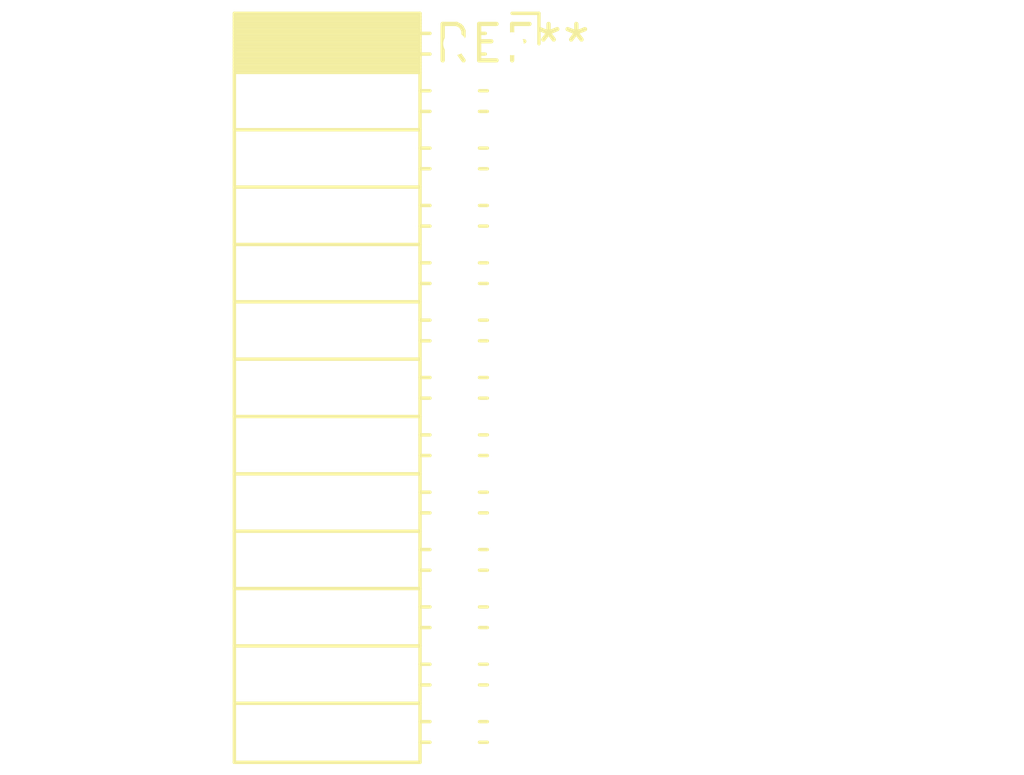
<source format=kicad_pcb>
(kicad_pcb (version 20240108) (generator pcbnew)
  (layers (0 "F.Cu" signal) (31 "B.Cu" signal) (34 "B.Paste" user) (35 "F.Paste" user) (36 "B.SilkS" user "B.Silkscreen") (37 "F.SilkS" user "F.Silkscreen") (38 "B.Mask" user) (39 "F.Mask" user) (44 "Edge.Cuts" user))
  (net 0 "")
  (footprint "PinSocket_2x13_P2.00mm_Horizontal" (layer "F.Cu") (at 0 0)
    (property "Reference" "REF**")
    (property "Value" "PinSocket_2x13_P2.00mm_Horizontal")
    (fp_line (start -9.68 -1.06) (end -9.68 25.06) (layer "F.SilkS") (stroke (width 0.12)))
    (fp_line (start -9.68 -1.06) (end -3.21 -1.06) (layer "F.SilkS") (stroke (width 0.12)))
    (fp_line (start -9.68 -0.94) (end -3.21 -0.94) (layer "F.SilkS") (stroke (width 0.12)))
    (fp_line (start -9.68 -0.825882) (end -3.21 -0.825882) (layer "F.SilkS") (stroke (width 0.12)))
    (fp_line (start -9.68 -0.711764) (end -3.21 -0.711764) (layer "F.SilkS") (stroke (width 0.12)))
    (fp_line (start -9.68 -0.597646) (end -3.21 -0.597646) (layer "F.SilkS") (stroke (width 0.12)))
    (fp_line (start -9.68 -0.483528) (end -3.21 -0.483528) (layer "F.SilkS") (stroke (width 0.12)))
    (fp_line (start -9.68 -0.36941) (end -3.21 -0.36941) (layer "F.SilkS") (stroke (width 0.12)))
    (fp_line (start -9.68 -0.255292) (end -3.21 -0.255292) (layer "F.SilkS") (stroke (width 0.12)))
    (fp_line (start -9.68 -0.141174) (end -3.21 -0.141174) (layer "F.SilkS") (stroke (width 0.12)))
    (fp_line (start -9.68 -0.027056) (end -3.21 -0.027056) (layer "F.SilkS") (stroke (width 0.12)))
    (fp_line (start -9.68 0.087062) (end -3.21 0.087062) (layer "F.SilkS") (stroke (width 0.12)))
    (fp_line (start -9.68 0.20118) (end -3.21 0.20118) (layer "F.SilkS") (stroke (width 0.12)))
    (fp_line (start -9.68 0.315298) (end -3.21 0.315298) (layer "F.SilkS") (stroke (width 0.12)))
    (fp_line (start -9.68 0.429416) (end -3.21 0.429416) (layer "F.SilkS") (stroke (width 0.12)))
    (fp_line (start -9.68 0.543534) (end -3.21 0.543534) (layer "F.SilkS") (stroke (width 0.12)))
    (fp_line (start -9.68 0.657652) (end -3.21 0.657652) (layer "F.SilkS") (stroke (width 0.12)))
    (fp_line (start -9.68 0.77177) (end -3.21 0.77177) (layer "F.SilkS") (stroke (width 0.12)))
    (fp_line (start -9.68 0.885888) (end -3.21 0.885888) (layer "F.SilkS") (stroke (width 0.12)))
    (fp_line (start -9.68 1) (end -3.21 1) (layer "F.SilkS") (stroke (width 0.12)))
    (fp_line (start -9.68 3) (end -3.21 3) (layer "F.SilkS") (stroke (width 0.12)))
    (fp_line (start -9.68 5) (end -3.21 5) (layer "F.SilkS") (stroke (width 0.12)))
    (fp_line (start -9.68 7) (end -3.21 7) (layer "F.SilkS") (stroke (width 0.12)))
    (fp_line (start -9.68 9) (end -3.21 9) (layer "F.SilkS") (stroke (width 0.12)))
    (fp_line (start -9.68 11) (end -3.21 11) (layer "F.SilkS") (stroke (width 0.12)))
    (fp_line (start -9.68 13) (end -3.21 13) (layer "F.SilkS") (stroke (width 0.12)))
    (fp_line (start -9.68 15) (end -3.21 15) (layer "F.SilkS") (stroke (width 0.12)))
    (fp_line (start -9.68 17) (end -3.21 17) (layer "F.SilkS") (stroke (width 0.12)))
    (fp_line (start -9.68 19) (end -3.21 19) (layer "F.SilkS") (stroke (width 0.12)))
    (fp_line (start -9.68 21) (end -3.21 21) (layer "F.SilkS") (stroke (width 0.12)))
    (fp_line (start -9.68 23) (end -3.21 23) (layer "F.SilkS") (stroke (width 0.12)))
    (fp_line (start -9.68 25.06) (end -3.21 25.06) (layer "F.SilkS") (stroke (width 0.12)))
    (fp_line (start -3.21 -1.06) (end -3.21 25.06) (layer "F.SilkS") (stroke (width 0.12)))
    (fp_line (start -3.21 -0.36) (end -2.862917 -0.36) (layer "F.SilkS") (stroke (width 0.12)))
    (fp_line (start -3.21 0.36) (end -2.862917 0.36) (layer "F.SilkS") (stroke (width 0.12)))
    (fp_line (start -3.21 1.64) (end -2.862917 1.64) (layer "F.SilkS") (stroke (width 0.12)))
    (fp_line (start -3.21 2.36) (end -2.862917 2.36) (layer "F.SilkS") (stroke (width 0.12)))
    (fp_line (start -3.21 3.64) (end -2.862917 3.64) (layer "F.SilkS") (stroke (width 0.12)))
    (fp_line (start -3.21 4.36) (end -2.862917 4.36) (layer "F.SilkS") (stroke (width 0.12)))
    (fp_line (start -3.21 5.64) (end -2.862917 5.64) (layer "F.SilkS") (stroke (width 0.12)))
    (fp_line (start -3.21 6.36) (end -2.862917 6.36) (layer "F.SilkS") (stroke (width 0.12)))
    (fp_line (start -3.21 7.64) (end -2.862917 7.64) (layer "F.SilkS") (stroke (width 0.12)))
    (fp_line (start -3.21 8.36) (end -2.862917 8.36) (layer "F.SilkS") (stroke (width 0.12)))
    (fp_line (start -3.21 9.64) (end -2.862917 9.64) (layer "F.SilkS") (stroke (width 0.12)))
    (fp_line (start -3.21 10.36) (end -2.862917 10.36) (layer "F.SilkS") (stroke (width 0.12)))
    (fp_line (start -3.21 11.64) (end -2.862917 11.64) (layer "F.SilkS") (stroke (width 0.12)))
    (fp_line (start -3.21 12.36) (end -2.862917 12.36) (layer "F.SilkS") (stroke (width 0.12)))
    (fp_line (start -3.21 13.64) (end -2.862917 13.64) (layer "F.SilkS") (stroke (width 0.12)))
    (fp_line (start -3.21 14.36) (end -2.862917 14.36) (layer "F.SilkS") (stroke (width 0.12)))
    (fp_line (start -3.21 15.64) (end -2.862917 15.64) (layer "F.SilkS") (stroke (width 0.12)))
    (fp_line (start -3.21 16.36) (end -2.862917 16.36) (layer "F.SilkS") (stroke (width 0.12)))
    (fp_line (start -3.21 17.64) (end -2.862917 17.64) (layer "F.SilkS") (stroke (width 0.12)))
    (fp_line (start -3.21 18.36) (end -2.862917 18.36) (layer "F.SilkS") (stroke (width 0.12)))
    (fp_line (start -3.21 19.64) (end -2.862917 19.64) (layer "F.SilkS") (stroke (width 0.12)))
    (fp_line (start -3.21 20.36) (end -2.862917 20.36) (layer "F.SilkS") (stroke (width 0.12)))
    (fp_line (start -3.21 21.64) (end -2.862917 21.64) (layer "F.SilkS") (stroke (width 0.12)))
    (fp_line (start -3.21 22.36) (end -2.862917 22.36) (layer "F.SilkS") (stroke (width 0.12)))
    (fp_line (start -3.21 23.64) (end -2.862917 23.64) (layer "F.SilkS") (stroke (width 0.12)))
    (fp_line (start -3.21 24.36) (end -2.862917 24.36) (layer "F.SilkS") (stroke (width 0.12)))
    (fp_line (start -1.137083 -0.36) (end -0.935 -0.36) (layer "F.SilkS") (stroke (width 0.12)))
    (fp_line (start -1.137083 0.36) (end -0.935 0.36) (layer "F.SilkS") (stroke (width 0.12)))
    (fp_line (start -1.137083 1.64) (end -0.862917 1.64) (layer "F.SilkS") (stroke (width 0.12)))
    (fp_line (start -1.137083 2.36) (end -0.862917 2.36) (layer "F.SilkS") (stroke (width 0.12)))
    (fp_line (start -1.137083 3.64) (end -0.862917 3.64) (layer "F.SilkS") (stroke (width 0.12)))
    (fp_line (start -1.137083 4.36) (end -0.862917 4.36) (layer "F.SilkS") (stroke (width 0.12)))
    (fp_line (start -1.137083 5.64) (end -0.862917 5.64) (layer "F.SilkS") (stroke (width 0.12)))
    (fp_line (start -1.137083 6.36) (end -0.862917 6.36) (layer "F.SilkS") (stroke (width 0.12)))
    (fp_line (start -1.137083 7.64) (end -0.862917 7.64) (layer "F.SilkS") (stroke (width 0.12)))
    (fp_line (start -1.137083 8.36) (end -0.862917 8.36) (layer "F.SilkS") (stroke (width 0.12)))
    (fp_line (start -1.137083 9.64) (end -0.862917 9.64) (layer "F.SilkS") (stroke (width 0.12)))
    (fp_line (start -1.137083 10.36) (end -0.862917 10.36) (layer "F.SilkS") (stroke (width 0.12)))
    (fp_line (start -1.137083 11.64) (end -0.862917 11.64) (layer "F.SilkS") (stroke (width 0.12)))
    (fp_line (start -1.137083 12.36) (end -0.862917 12.36) (layer "F.SilkS") (stroke (width 0.12)))
    (fp_line (start -1.137083 13.64) (end -0.862917 13.64) (layer "F.SilkS") (stroke (width 0.12)))
    (fp_line (start -1.137083 14.36) (end -0.862917 14.36) (layer "F.SilkS") (stroke (width 0.12)))
    (fp_line (start -1.137083 15.64) (end -0.862917 15.64) (layer "F.SilkS") (stroke (width 0.12)))
    (fp_line (start -1.137083 16.36) (end -0.862917 16.36) (layer "F.SilkS") (stroke (width 0.12)))
    (fp_line (start -1.137083 17.64) (end -0.862917 17.64) (layer "F.SilkS") (stroke (width 0.12)))
    (fp_line (start -1.137083 18.36) (end -0.862917 18.36) (layer "F.SilkS") (stroke (width 0.12)))
    (fp_line (start -1.137083 19.64) (end -0.862917 19.64) (layer "F.SilkS") (stroke (width 0.12)))
    (fp_line (start -1.137083 20.36) (end -0.862917 20.36) (layer "F.SilkS") (stroke (width 0.12)))
    (fp_line (start -1.137083 21.64) (end -0.862917 21.64) (layer "F.SilkS") (stroke (width 0.12)))
    (fp_line (start -1.137083 22.36) (end -0.862917 22.36) (layer "F.SilkS") (stroke (width 0.12)))
    (fp_line (start -1.137083 23.64) (end -0.862917 23.64) (layer "F.SilkS") (stroke (width 0.12)))
    (fp_line (start -1.137083 24.36) (end -0.862917 24.36) (layer "F.SilkS") (stroke (width 0.12)))
    (fp_line (start 0 -1.06) (end 0.935 -1.06) (layer "F.SilkS") (stroke (width 0.12)))
    (fp_line (start 0.935 -1.06) (end 0.935 0) (layer "F.SilkS") (stroke (width 0.12)))
    (pad "1" thru_hole rect (at 0 0) (size 1.35 1.35) (drill 0.8) (layers *.Cu *.Mask) (remove_unused_layers))
    (pad "2" thru_hole oval (at -2 0) (size 1.35 1.35) (drill 0.8) (layers *.Cu *.Mask) (remove_unused_layers))
    (pad "3" thru_hole oval (at 0 2) (size 1.35 1.35) (drill 0.8) (layers *.Cu *.Mask) (remove_unused_layers))
    (pad "4" thru_hole oval (at -2 2) (size 1.35 1.35) (drill 0.8) (layers *.Cu *.Mask) (remove_unused_layers))
    (pad "5" thru_hole oval (at 0 4) (size 1.35 1.35) (drill 0.8) (layers *.Cu *.Mask) (remove_unused_layers))
    (pad "6" thru_hole oval (at -2 4) (size 1.35 1.35) (drill 0.8) (layers *.Cu *.Mask) (remove_unused_layers))
    (pad "7" thru_hole oval (at 0 6) (size 1.35 1.35) (drill 0.8) (layers *.Cu *.Mask) (remove_unused_layers))
    (pad "8" thru_hole oval (at -2 6) (size 1.35 1.35) (drill 0.8) (layers *.Cu *.Mask) (remove_unused_layers))
    (pad "9" thru_hole oval (at 0 8) (size 1.35 1.35) (drill 0.8) (layers *.Cu *.Mask) (remove_unused_layers))
    (pad "10" thru_hole oval (at -2 8) (size 1.35 1.35) (drill 0.8) (layers *.Cu *.Mask) (remove_unused_layers))
    (pad "11" thru_hole oval (at 0 10) (size 1.35 1.35) (drill 0.8) (layers *.Cu *.Mask) (remove_unused_layers))
    (pad "12" thru_hole oval (at -2 10) (size 1.35 1.35) (drill 0.8) (layers *.Cu *.Mask) (remove_unused_layers))
    (pad "13" thru_hole oval (at 0 12) (size 1.35 1.35) (drill 0.8) (layers *.Cu *.Mask) (remove_unused_layers))
    (pad "14" thru_hole oval (at -2 12) (size 1.35 1.35) (drill 0.8) (layers *.Cu *.Mask) (remove_unused_layers))
    (pad "15" thru_hole oval (at 0 14) (size 1.35 1.35) (drill 0.8) (layers *.Cu *.Mask) (remove_unused_layers))
    (pad "16" thru_hole oval (at -2 14) (size 1.35 1.35) (drill 0.8) (layers *.Cu *.Mask) (remove_unused_layers))
    (pad "17" thru_hole oval (at 0 16) (size 1.35 1.35) (drill 0.8) (layers *.Cu *.Mask) (remove_unused_layers))
    (pad "18" thru_hole oval (at -2 16) (size 1.35 1.35) (drill 0.8) (layers *.Cu *.Mask) (remove_unused_layers))
    (pad "19" thru_hole oval (at 0 18) (size 1.35 1.35) (drill 0.8) (layers *.Cu *.Mask) (remove_unused_layers))
    (pad "20" thru_hole oval (at -2 18) (size 1.35 1.35) (drill 0.8) (layers *.Cu *.Mask) (remove_unused_layers))
    (pad "21" thru_hole oval (at 0 20) (size 1.35 1.35) (drill 0.8) (layers *.Cu *.Mask) (remove_unused_layers))
    (pad "22" thru_hole oval (at -2 20) (size 1.35 1.35) (drill 0.8) (layers *.Cu *.Mask) (remove_unused_layers))
    (pad "23" thru_hole oval (at 0 22) (size 1.35 1.35) (drill 0.8) (layers *.Cu *.Mask) (remove_unused_layers))
    (pad "24" thru_hole oval (at -2 22) (size 1.35 1.35) (drill 0.8) (layers *.Cu *.Mask) (remove_unused_layers))
    (pad "25" thru_hole oval (at 0 24) (size 1.35 1.35) (drill 0.8) (layers *.Cu *.Mask) (remove_unused_layers))
    (pad "26" thru_hole oval (at -2 24) (size 1.35 1.35) (drill 0.8) (layers *.Cu *.Mask) (remove_unused_layers))
  )
)
</source>
